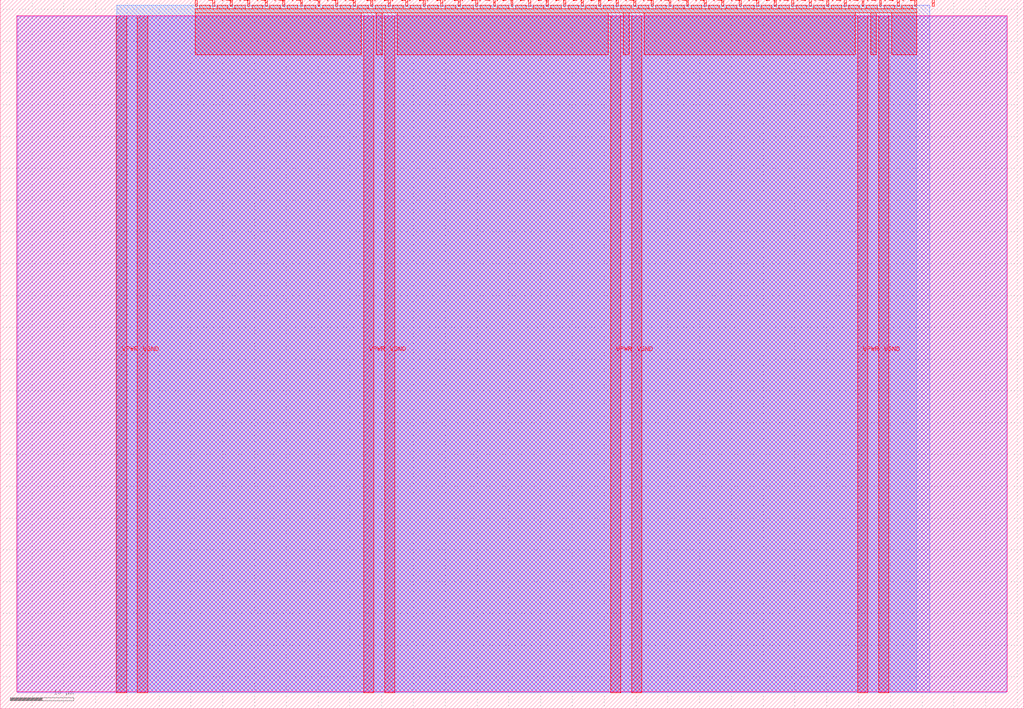
<source format=lef>
VERSION 5.7 ;
  NOWIREEXTENSIONATPIN ON ;
  DIVIDERCHAR "/" ;
  BUSBITCHARS "[]" ;
MACRO tt_um_wokwi_440004235377529857
  CLASS BLOCK ;
  FOREIGN tt_um_wokwi_440004235377529857 ;
  ORIGIN 0.000 0.000 ;
  SIZE 161.000 BY 111.520 ;
  PIN VGND
    DIRECTION INOUT ;
    USE GROUND ;
    PORT
      LAYER met4 ;
        RECT 21.580 2.480 23.180 109.040 ;
    END
    PORT
      LAYER met4 ;
        RECT 60.450 2.480 62.050 109.040 ;
    END
    PORT
      LAYER met4 ;
        RECT 99.320 2.480 100.920 109.040 ;
    END
    PORT
      LAYER met4 ;
        RECT 138.190 2.480 139.790 109.040 ;
    END
  END VGND
  PIN VPWR
    DIRECTION INOUT ;
    USE POWER ;
    PORT
      LAYER met4 ;
        RECT 18.280 2.480 19.880 109.040 ;
    END
    PORT
      LAYER met4 ;
        RECT 57.150 2.480 58.750 109.040 ;
    END
    PORT
      LAYER met4 ;
        RECT 96.020 2.480 97.620 109.040 ;
    END
    PORT
      LAYER met4 ;
        RECT 134.890 2.480 136.490 109.040 ;
    END
  END VPWR
  PIN clk
    DIRECTION INPUT ;
    USE SIGNAL ;
    ANTENNAGATEAREA 0.852000 ;
    PORT
      LAYER met4 ;
        RECT 143.830 110.520 144.130 111.520 ;
    END
  END clk
  PIN ena
    DIRECTION INPUT ;
    USE SIGNAL ;
    PORT
      LAYER met4 ;
        RECT 146.590 110.520 146.890 111.520 ;
    END
  END ena
  PIN rst_n
    DIRECTION INPUT ;
    USE SIGNAL ;
    ANTENNAGATEAREA 0.196500 ;
    PORT
      LAYER met4 ;
        RECT 141.070 110.520 141.370 111.520 ;
    END
  END rst_n
  PIN ui_in[0]
    DIRECTION INPUT ;
    USE SIGNAL ;
    ANTENNAGATEAREA 0.196500 ;
    PORT
      LAYER met4 ;
        RECT 138.310 110.520 138.610 111.520 ;
    END
  END ui_in[0]
  PIN ui_in[1]
    DIRECTION INPUT ;
    USE SIGNAL ;
    ANTENNAGATEAREA 0.196500 ;
    PORT
      LAYER met4 ;
        RECT 135.550 110.520 135.850 111.520 ;
    END
  END ui_in[1]
  PIN ui_in[2]
    DIRECTION INPUT ;
    USE SIGNAL ;
    ANTENNAGATEAREA 0.196500 ;
    PORT
      LAYER met4 ;
        RECT 132.790 110.520 133.090 111.520 ;
    END
  END ui_in[2]
  PIN ui_in[3]
    DIRECTION INPUT ;
    USE SIGNAL ;
    ANTENNAGATEAREA 0.196500 ;
    PORT
      LAYER met4 ;
        RECT 130.030 110.520 130.330 111.520 ;
    END
  END ui_in[3]
  PIN ui_in[4]
    DIRECTION INPUT ;
    USE SIGNAL ;
    ANTENNAGATEAREA 0.196500 ;
    PORT
      LAYER met4 ;
        RECT 127.270 110.520 127.570 111.520 ;
    END
  END ui_in[4]
  PIN ui_in[5]
    DIRECTION INPUT ;
    USE SIGNAL ;
    ANTENNAGATEAREA 0.196500 ;
    PORT
      LAYER met4 ;
        RECT 124.510 110.520 124.810 111.520 ;
    END
  END ui_in[5]
  PIN ui_in[6]
    DIRECTION INPUT ;
    USE SIGNAL ;
    ANTENNAGATEAREA 0.196500 ;
    PORT
      LAYER met4 ;
        RECT 121.750 110.520 122.050 111.520 ;
    END
  END ui_in[6]
  PIN ui_in[7]
    DIRECTION INPUT ;
    USE SIGNAL ;
    ANTENNAGATEAREA 0.196500 ;
    PORT
      LAYER met4 ;
        RECT 118.990 110.520 119.290 111.520 ;
    END
  END ui_in[7]
  PIN uio_in[0]
    DIRECTION INPUT ;
    USE SIGNAL ;
    PORT
      LAYER met4 ;
        RECT 116.230 110.520 116.530 111.520 ;
    END
  END uio_in[0]
  PIN uio_in[1]
    DIRECTION INPUT ;
    USE SIGNAL ;
    PORT
      LAYER met4 ;
        RECT 113.470 110.520 113.770 111.520 ;
    END
  END uio_in[1]
  PIN uio_in[2]
    DIRECTION INPUT ;
    USE SIGNAL ;
    PORT
      LAYER met4 ;
        RECT 110.710 110.520 111.010 111.520 ;
    END
  END uio_in[2]
  PIN uio_in[3]
    DIRECTION INPUT ;
    USE SIGNAL ;
    PORT
      LAYER met4 ;
        RECT 107.950 110.520 108.250 111.520 ;
    END
  END uio_in[3]
  PIN uio_in[4]
    DIRECTION INPUT ;
    USE SIGNAL ;
    PORT
      LAYER met4 ;
        RECT 105.190 110.520 105.490 111.520 ;
    END
  END uio_in[4]
  PIN uio_in[5]
    DIRECTION INPUT ;
    USE SIGNAL ;
    PORT
      LAYER met4 ;
        RECT 102.430 110.520 102.730 111.520 ;
    END
  END uio_in[5]
  PIN uio_in[6]
    DIRECTION INPUT ;
    USE SIGNAL ;
    PORT
      LAYER met4 ;
        RECT 99.670 110.520 99.970 111.520 ;
    END
  END uio_in[6]
  PIN uio_in[7]
    DIRECTION INPUT ;
    USE SIGNAL ;
    PORT
      LAYER met4 ;
        RECT 96.910 110.520 97.210 111.520 ;
    END
  END uio_in[7]
  PIN uio_oe[0]
    DIRECTION OUTPUT ;
    USE SIGNAL ;
    PORT
      LAYER met4 ;
        RECT 49.990 110.520 50.290 111.520 ;
    END
  END uio_oe[0]
  PIN uio_oe[1]
    DIRECTION OUTPUT ;
    USE SIGNAL ;
    PORT
      LAYER met4 ;
        RECT 47.230 110.520 47.530 111.520 ;
    END
  END uio_oe[1]
  PIN uio_oe[2]
    DIRECTION OUTPUT ;
    USE SIGNAL ;
    PORT
      LAYER met4 ;
        RECT 44.470 110.520 44.770 111.520 ;
    END
  END uio_oe[2]
  PIN uio_oe[3]
    DIRECTION OUTPUT ;
    USE SIGNAL ;
    PORT
      LAYER met4 ;
        RECT 41.710 110.520 42.010 111.520 ;
    END
  END uio_oe[3]
  PIN uio_oe[4]
    DIRECTION OUTPUT ;
    USE SIGNAL ;
    PORT
      LAYER met4 ;
        RECT 38.950 110.520 39.250 111.520 ;
    END
  END uio_oe[4]
  PIN uio_oe[5]
    DIRECTION OUTPUT ;
    USE SIGNAL ;
    PORT
      LAYER met4 ;
        RECT 36.190 110.520 36.490 111.520 ;
    END
  END uio_oe[5]
  PIN uio_oe[6]
    DIRECTION OUTPUT ;
    USE SIGNAL ;
    PORT
      LAYER met4 ;
        RECT 33.430 110.520 33.730 111.520 ;
    END
  END uio_oe[6]
  PIN uio_oe[7]
    DIRECTION OUTPUT ;
    USE SIGNAL ;
    PORT
      LAYER met4 ;
        RECT 30.670 110.520 30.970 111.520 ;
    END
  END uio_oe[7]
  PIN uio_out[0]
    DIRECTION OUTPUT ;
    USE SIGNAL ;
    PORT
      LAYER met4 ;
        RECT 72.070 110.520 72.370 111.520 ;
    END
  END uio_out[0]
  PIN uio_out[1]
    DIRECTION OUTPUT ;
    USE SIGNAL ;
    PORT
      LAYER met4 ;
        RECT 69.310 110.520 69.610 111.520 ;
    END
  END uio_out[1]
  PIN uio_out[2]
    DIRECTION OUTPUT ;
    USE SIGNAL ;
    PORT
      LAYER met4 ;
        RECT 66.550 110.520 66.850 111.520 ;
    END
  END uio_out[2]
  PIN uio_out[3]
    DIRECTION OUTPUT ;
    USE SIGNAL ;
    PORT
      LAYER met4 ;
        RECT 63.790 110.520 64.090 111.520 ;
    END
  END uio_out[3]
  PIN uio_out[4]
    DIRECTION OUTPUT ;
    USE SIGNAL ;
    PORT
      LAYER met4 ;
        RECT 61.030 110.520 61.330 111.520 ;
    END
  END uio_out[4]
  PIN uio_out[5]
    DIRECTION OUTPUT ;
    USE SIGNAL ;
    PORT
      LAYER met4 ;
        RECT 58.270 110.520 58.570 111.520 ;
    END
  END uio_out[5]
  PIN uio_out[6]
    DIRECTION OUTPUT ;
    USE SIGNAL ;
    PORT
      LAYER met4 ;
        RECT 55.510 110.520 55.810 111.520 ;
    END
  END uio_out[6]
  PIN uio_out[7]
    DIRECTION OUTPUT ;
    USE SIGNAL ;
    PORT
      LAYER met4 ;
        RECT 52.750 110.520 53.050 111.520 ;
    END
  END uio_out[7]
  PIN uo_out[0]
    DIRECTION OUTPUT ;
    USE SIGNAL ;
    ANTENNADIFFAREA 0.445500 ;
    PORT
      LAYER met4 ;
        RECT 94.150 110.520 94.450 111.520 ;
    END
  END uo_out[0]
  PIN uo_out[1]
    DIRECTION OUTPUT ;
    USE SIGNAL ;
    ANTENNADIFFAREA 0.445500 ;
    PORT
      LAYER met4 ;
        RECT 91.390 110.520 91.690 111.520 ;
    END
  END uo_out[1]
  PIN uo_out[2]
    DIRECTION OUTPUT ;
    USE SIGNAL ;
    ANTENNADIFFAREA 0.445500 ;
    PORT
      LAYER met4 ;
        RECT 88.630 110.520 88.930 111.520 ;
    END
  END uo_out[2]
  PIN uo_out[3]
    DIRECTION OUTPUT ;
    USE SIGNAL ;
    ANTENNADIFFAREA 0.445500 ;
    PORT
      LAYER met4 ;
        RECT 85.870 110.520 86.170 111.520 ;
    END
  END uo_out[3]
  PIN uo_out[4]
    DIRECTION OUTPUT ;
    USE SIGNAL ;
    ANTENNADIFFAREA 0.795200 ;
    PORT
      LAYER met4 ;
        RECT 83.110 110.520 83.410 111.520 ;
    END
  END uo_out[4]
  PIN uo_out[5]
    DIRECTION OUTPUT ;
    USE SIGNAL ;
    PORT
      LAYER met4 ;
        RECT 80.350 110.520 80.650 111.520 ;
    END
  END uo_out[5]
  PIN uo_out[6]
    DIRECTION OUTPUT ;
    USE SIGNAL ;
    PORT
      LAYER met4 ;
        RECT 77.590 110.520 77.890 111.520 ;
    END
  END uo_out[6]
  PIN uo_out[7]
    DIRECTION OUTPUT ;
    USE SIGNAL ;
    PORT
      LAYER met4 ;
        RECT 74.830 110.520 75.130 111.520 ;
    END
  END uo_out[7]
  OBS
      LAYER nwell ;
        RECT 2.570 2.635 158.430 108.990 ;
      LAYER li1 ;
        RECT 2.760 2.635 158.240 108.885 ;
      LAYER met1 ;
        RECT 2.760 2.480 158.240 109.040 ;
      LAYER met2 ;
        RECT 18.310 2.535 146.180 110.685 ;
      LAYER met3 ;
        RECT 18.290 2.555 144.170 110.665 ;
      LAYER met4 ;
        RECT 31.370 110.120 33.030 110.665 ;
        RECT 34.130 110.120 35.790 110.665 ;
        RECT 36.890 110.120 38.550 110.665 ;
        RECT 39.650 110.120 41.310 110.665 ;
        RECT 42.410 110.120 44.070 110.665 ;
        RECT 45.170 110.120 46.830 110.665 ;
        RECT 47.930 110.120 49.590 110.665 ;
        RECT 50.690 110.120 52.350 110.665 ;
        RECT 53.450 110.120 55.110 110.665 ;
        RECT 56.210 110.120 57.870 110.665 ;
        RECT 58.970 110.120 60.630 110.665 ;
        RECT 61.730 110.120 63.390 110.665 ;
        RECT 64.490 110.120 66.150 110.665 ;
        RECT 67.250 110.120 68.910 110.665 ;
        RECT 70.010 110.120 71.670 110.665 ;
        RECT 72.770 110.120 74.430 110.665 ;
        RECT 75.530 110.120 77.190 110.665 ;
        RECT 78.290 110.120 79.950 110.665 ;
        RECT 81.050 110.120 82.710 110.665 ;
        RECT 83.810 110.120 85.470 110.665 ;
        RECT 86.570 110.120 88.230 110.665 ;
        RECT 89.330 110.120 90.990 110.665 ;
        RECT 92.090 110.120 93.750 110.665 ;
        RECT 94.850 110.120 96.510 110.665 ;
        RECT 97.610 110.120 99.270 110.665 ;
        RECT 100.370 110.120 102.030 110.665 ;
        RECT 103.130 110.120 104.790 110.665 ;
        RECT 105.890 110.120 107.550 110.665 ;
        RECT 108.650 110.120 110.310 110.665 ;
        RECT 111.410 110.120 113.070 110.665 ;
        RECT 114.170 110.120 115.830 110.665 ;
        RECT 116.930 110.120 118.590 110.665 ;
        RECT 119.690 110.120 121.350 110.665 ;
        RECT 122.450 110.120 124.110 110.665 ;
        RECT 125.210 110.120 126.870 110.665 ;
        RECT 127.970 110.120 129.630 110.665 ;
        RECT 130.730 110.120 132.390 110.665 ;
        RECT 133.490 110.120 135.150 110.665 ;
        RECT 136.250 110.120 137.910 110.665 ;
        RECT 139.010 110.120 140.670 110.665 ;
        RECT 141.770 110.120 143.430 110.665 ;
        RECT 30.655 109.440 144.145 110.120 ;
        RECT 30.655 102.855 56.750 109.440 ;
        RECT 59.150 102.855 60.050 109.440 ;
        RECT 62.450 102.855 95.620 109.440 ;
        RECT 98.020 102.855 98.920 109.440 ;
        RECT 101.320 102.855 134.490 109.440 ;
        RECT 136.890 102.855 137.790 109.440 ;
        RECT 140.190 102.855 144.145 109.440 ;
  END
END tt_um_wokwi_440004235377529857
END LIBRARY


</source>
